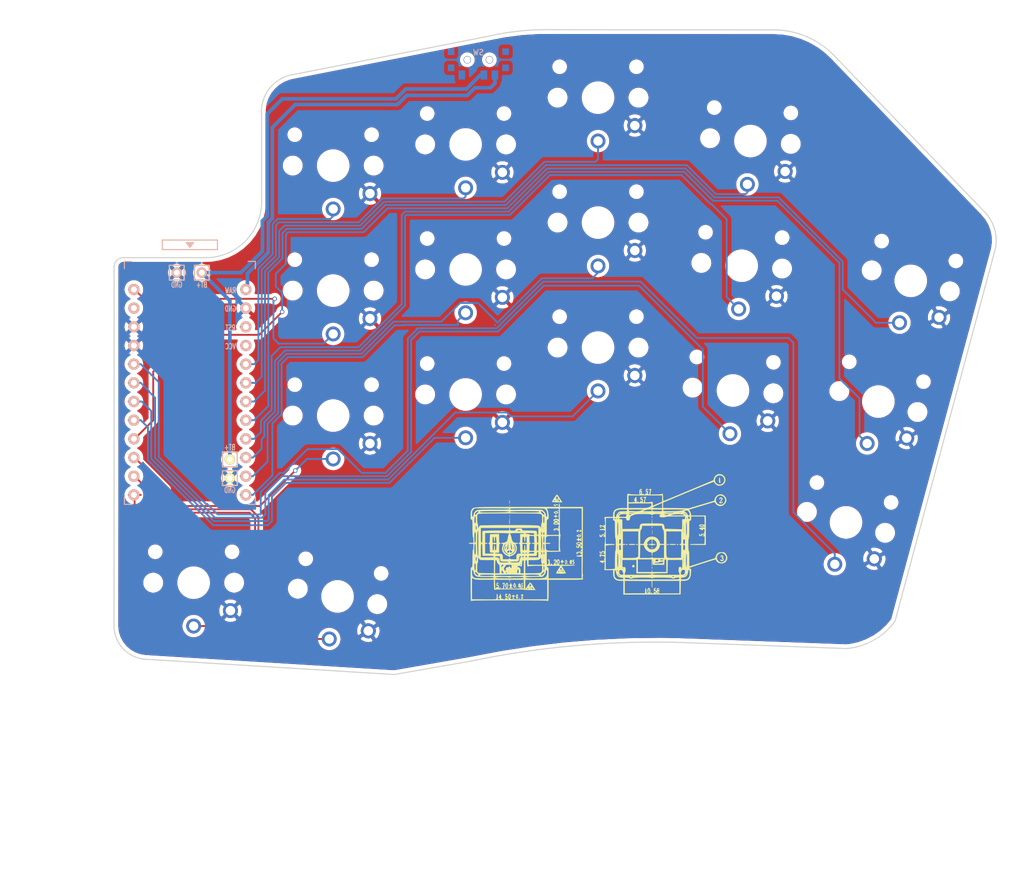
<source format=kicad_pcb>
(kicad_pcb (version 20171130) (host pcbnew "(5.1.10-1-10_14)")
  (title_block (title hypergolic) (date 2020-12-26) (rev 0.1) (company broomlabs))
  (layers (0 F.Cu signal) (31 B.Cu signal) (34 B.Paste user) (35 F.Paste user) (36 B.SilkS user) (37 F.SilkS user) (38 B.Mask user) (39 F.Mask user) (44 Edge.Cuts user))
  (net 0 "")
  (net 1 reset)
  (net 2 BT+)
  (net 3 gnd)
  (net 4 vcc)
  (net 5 Switch18)
  (net 6 Switch1)
  (net 7 Switch2)
  (net 8 Switch3)
  (net 9 Switch4)
  (net 10 Switch5)
  (net 11 Switch6)
  (net 12 Switch7)
  (net 13 Switch8)
  (net 14 Switch9)
  (net 15 Switch10)
  (net 16 Switch11)
  (net 17 Switch12)
  (net 18 Switch13)
  (net 19 Switch14)
  (net 20 Switch15)
  (net 21 Switch16)
  (net 22 Switch17)
  (net 23 "Net-(SW_POWER1-Pad1)")
  (net 24 raw)
  (module silkscreens:pg1232_top (layer F.Cu) (at 83.265734 92.685171)
    (fp_text reference REF** hide)
    (fp_text value silk_pg2132_top hide)
  )
  (module silkscreens:pg1232_bottom (layer F.Cu) (at 102.638 92.685171)
    (fp_text reference REF** hide)
    (fp_text value silk_pg1232_bottom hide)
  )
  (module "" (layer F.Cu) (at 45.18 81.01)
    (fp_text reference "" (at 41.37 55.63) (layer F.SilkS) (effects (font (size 1.27 1.27))))
    (fp_text value "" (at 41.37 55.63) (layer F.SilkS) (effects (font (size 1.27 1.27))))
    (fp_text user BT+ (at 0.032 -1.62 180) (layer B.SilkS) (effects (font (size 0.75 0.5) (thickness 0.125)) (justify mirror)))
  )
  (module "" (layer F.Cu) (at 41.37 55.63)
    (fp_text reference "" (at 59.26 75.064) (layer F.SilkS) (effects (font (size 1.27 1.27))))
    (fp_text value "" (at 59.26 75.064) (layer F.SilkS) (effects (font (size 1.27 1.27))))
    (fp_text user BT+ (at 0.032 1.647 180) (layer B.SilkS) (effects (font (size 0.75 0.5) (thickness 0.125)) (justify mirror)))
  )
  (module Kailh:SW_PG1350_rev_DPB (layer B.Cu) (at 59.26 75.064 180)
    (fp_text reference SW18 hide)
    (fp_text value SW_Push hide)
    (pad "" np_thru_hole circle (at -5.5 0 180) (size 1.7018 1.7018) (drill 1.7018) (layers *.Cu *.Mask))
    (pad "" np_thru_hole circle (at 5.5 0 180) (size 1.7018 1.7018) (drill 1.7018) (layers *.Cu *.Mask))
    (pad "" np_thru_hole circle (at 5.22 4.2 180) (size 0.9906 0.9906) (drill 0.9906) (layers *.Cu *.Mask))
    (pad 1 thru_hole circle (at 0 -5.9 180) (size 2.032 2.032) (drill 1.27) (layers *.Cu *.Mask) (net 20 Switch15))
    (pad 2 thru_hole circle (at -5 -3.8 180) (size 2.032 2.032) (drill 1.27) (layers *.Cu *.Mask) (net 3 gnd))
    (pad "" np_thru_hole circle (at 0 0 180) (size 3.429 3.429) (drill 3.429) (layers *.Cu *.Mask))
    (pad 2 thru_hole circle (at -5 -3.8 180) (size 2.032 2.032) (drill 1.27) (layers *.Cu *.Mask) (net 3 gnd))
    (pad "" np_thru_hole circle (at -5.22 4.2 180) (size 0.9906 0.9906) (drill 0.9906) (layers *.Cu *.Mask))
  )
  (module Kailh:SW_PG1350_rev_DPB (layer B.Cu) (at 115.9747 37.7256 176)
    (fp_text reference SW3 hide)
    (fp_text value SW_Push hide)
    (pad "" np_thru_hole circle (at -5.5 0 176) (size 1.7018 1.7018) (drill 1.7018) (layers *.Cu *.Mask))
    (pad "" np_thru_hole circle (at 5.5 0 176) (size 1.7018 1.7018) (drill 1.7018) (layers *.Cu *.Mask))
    (pad "" np_thru_hole circle (at 5.22 4.2 176) (size 0.9906 0.9906) (drill 0.9906) (layers *.Cu *.Mask))
    (pad 1 thru_hole circle (at 0 -5.9 176) (size 2.032 2.032) (drill 1.27) (layers *.Cu *.Mask) (net 7 Switch2))
    (pad 2 thru_hole circle (at -5 -3.8 176) (size 2.032 2.032) (drill 1.27) (layers *.Cu *.Mask) (net 3 gnd))
    (pad "" np_thru_hole circle (at 0 0 176) (size 3.429 3.429) (drill 3.429) (layers *.Cu *.Mask))
    (pad 2 thru_hole circle (at -5 -3.8 176) (size 2.032 2.032) (drill 1.27) (layers *.Cu *.Mask) (net 3 gnd))
    (pad "" np_thru_hole circle (at -5.22 4.2 176) (size 0.9906 0.9906) (drill 0.9906) (layers *.Cu *.Mask))
  )
  (module Kailh:SW_PG1350_rev_DPB (layer B.Cu) (at 59.26 58.064 180)
    (fp_text reference SW12 hide)
    (fp_text value SW_Push hide)
    (pad "" np_thru_hole circle (at -5.5 0 180) (size 1.7018 1.7018) (drill 1.7018) (layers *.Cu *.Mask))
    (pad "" np_thru_hole circle (at 5.5 0 180) (size 1.7018 1.7018) (drill 1.7018) (layers *.Cu *.Mask))
    (pad "" np_thru_hole circle (at 5.22 4.2 180) (size 0.9906 0.9906) (drill 0.9906) (layers *.Cu *.Mask))
    (pad 1 thru_hole circle (at 0 -5.9 180) (size 2.032 2.032) (drill 1.27) (layers *.Cu *.Mask) (net 15 Switch10))
    (pad 2 thru_hole circle (at -5 -3.8 180) (size 2.032 2.032) (drill 1.27) (layers *.Cu *.Mask) (net 3 gnd))
    (pad "" np_thru_hole circle (at 0 0 180) (size 3.429 3.429) (drill 3.429) (layers *.Cu *.Mask))
    (pad 2 thru_hole circle (at -5 -3.8 180) (size 2.032 2.032) (drill 1.27) (layers *.Cu *.Mask) (net 3 gnd))
    (pad "" np_thru_hole circle (at -5.22 4.2 180) (size 0.9906 0.9906) (drill 0.9906) (layers *.Cu *.Mask))
  )
  (module Kailh:SW_PG1350_rev_DPB (layer B.Cu) (at 40.294 97.79 180)
    (fp_text reference SW21 hide)
    (fp_text value SW_Push hide)
    (pad "" np_thru_hole circle (at -5.5 0 180) (size 1.7018 1.7018) (drill 1.7018) (layers *.Cu *.Mask))
    (pad "" np_thru_hole circle (at 5.5 0 180) (size 1.7018 1.7018) (drill 1.7018) (layers *.Cu *.Mask))
    (pad "" np_thru_hole circle (at 5.22 4.2 180) (size 0.9906 0.9906) (drill 0.9906) (layers *.Cu *.Mask))
    (pad 1 thru_hole circle (at 0 -5.9 180) (size 2.032 2.032) (drill 1.27) (layers *.Cu *.Mask) (net 22 Switch17))
    (pad 2 thru_hole circle (at -5 -3.8 180) (size 2.032 2.032) (drill 1.27) (layers *.Cu *.Mask) (net 3 gnd))
    (pad "" np_thru_hole circle (at 0 0 180) (size 3.429 3.429) (drill 3.429) (layers *.Cu *.Mask))
    (pad 2 thru_hole circle (at -5 -3.8 180) (size 2.032 2.032) (drill 1.27) (layers *.Cu *.Mask) (net 3 gnd))
    (pad "" np_thru_hole circle (at -5.22 4.2 180) (size 0.9906 0.9906) (drill 0.9906) (layers *.Cu *.Mask))
  )
  (module Kailh:SW_PG1350_rev_DPB (layer B.Cu) (at 59.852 99.658 169)
    (fp_text reference SW20 hide)
    (fp_text value SW_Push hide)
    (pad "" np_thru_hole circle (at -5.5 0 169) (size 1.7018 1.7018) (drill 1.7018) (layers *.Cu *.Mask))
    (pad "" np_thru_hole circle (at 5.5 0 169) (size 1.7018 1.7018) (drill 1.7018) (layers *.Cu *.Mask))
    (pad "" np_thru_hole circle (at 5.22 4.2 169) (size 0.9906 0.9906) (drill 0.9906) (layers *.Cu *.Mask))
    (pad 1 thru_hole circle (at 0 -5.9 169) (size 2.032 2.032) (drill 1.27) (layers *.Cu *.Mask) (net 21 Switch16))
    (pad 2 thru_hole circle (at -5 -3.8 169) (size 2.032 2.032) (drill 1.27) (layers *.Cu *.Mask) (net 3 gnd))
    (pad "" np_thru_hole circle (at 0 0 169) (size 3.429 3.429) (drill 3.429) (layers *.Cu *.Mask))
    (pad 2 thru_hole circle (at -5 -3.8 169) (size 2.032 2.032) (drill 1.27) (layers *.Cu *.Mask) (net 3 gnd))
    (pad "" np_thru_hole circle (at -5.22 4.2 169) (size 0.9906 0.9906) (drill 0.9906) (layers *.Cu *.Mask))
  )
  (module Kailh:SW_PG1350_rev_DPB (layer B.Cu) (at 77.26 72.189 180)
    (fp_text reference SW17 hide)
    (fp_text value SW_Push hide)
    (pad "" np_thru_hole circle (at -5.5 0 180) (size 1.7018 1.7018) (drill 1.7018) (layers *.Cu *.Mask))
    (pad "" np_thru_hole circle (at 5.5 0 180) (size 1.7018 1.7018) (drill 1.7018) (layers *.Cu *.Mask))
    (pad "" np_thru_hole circle (at 5.22 4.2 180) (size 0.9906 0.9906) (drill 0.9906) (layers *.Cu *.Mask))
    (pad 1 thru_hole circle (at 0 -5.9 180) (size 2.032 2.032) (drill 1.27) (layers *.Cu *.Mask) (net 19 Switch14))
    (pad 2 thru_hole circle (at -5 -3.8 180) (size 2.032 2.032) (drill 1.27) (layers *.Cu *.Mask) (net 3 gnd))
    (pad "" np_thru_hole circle (at 0 0 180) (size 3.429 3.429) (drill 3.429) (layers *.Cu *.Mask))
    (pad 2 thru_hole circle (at -5 -3.8 180) (size 2.032 2.032) (drill 1.27) (layers *.Cu *.Mask) (net 3 gnd))
    (pad "" np_thru_hole circle (at -5.22 4.2 180) (size 0.9906 0.9906) (drill 0.9906) (layers *.Cu *.Mask))
  )
  (module Kailh:SW_PG1350_rev_DPB (layer B.Cu) (at 95.26 65.814 180)
    (fp_text reference SW16 hide)
    (fp_text value SW_Push hide)
    (pad "" np_thru_hole circle (at -5.5 0 180) (size 1.7018 1.7018) (drill 1.7018) (layers *.Cu *.Mask))
    (pad "" np_thru_hole circle (at 5.5 0 180) (size 1.7018 1.7018) (drill 1.7018) (layers *.Cu *.Mask))
    (pad "" np_thru_hole circle (at 5.22 4.2 180) (size 0.9906 0.9906) (drill 0.9906) (layers *.Cu *.Mask))
    (pad 1 thru_hole circle (at 0 -5.9 180) (size 2.032 2.032) (drill 1.27) (layers *.Cu *.Mask) (net 18 Switch13))
    (pad 2 thru_hole circle (at -5 -3.8 180) (size 2.032 2.032) (drill 1.27) (layers *.Cu *.Mask) (net 3 gnd))
    (pad "" np_thru_hole circle (at 0 0 180) (size 3.429 3.429) (drill 3.429) (layers *.Cu *.Mask))
    (pad 2 thru_hole circle (at -5 -3.8 180) (size 2.032 2.032) (drill 1.27) (layers *.Cu *.Mask) (net 3 gnd))
    (pad "" np_thru_hole circle (at -5.22 4.2 180) (size 0.9906 0.9906) (drill 0.9906) (layers *.Cu *.Mask))
  )
  (module Kailh:SW_PG1350_rev_DPB (layer B.Cu) (at 113.6027 71.6477 176)
    (fp_text reference SW15 hide)
    (fp_text value SW_Push hide)
    (pad "" np_thru_hole circle (at -5.5 0 176) (size 1.7018 1.7018) (drill 1.7018) (layers *.Cu *.Mask))
    (pad "" np_thru_hole circle (at 5.5 0 176) (size 1.7018 1.7018) (drill 1.7018) (layers *.Cu *.Mask))
    (pad "" np_thru_hole circle (at 5.22 4.2 176) (size 0.9906 0.9906) (drill 0.9906) (layers *.Cu *.Mask))
    (pad 1 thru_hole circle (at 0 -5.9 176) (size 2.032 2.032) (drill 1.27) (layers *.Cu *.Mask) (net 17 Switch12))
    (pad 2 thru_hole circle (at -5 -3.8 176) (size 2.032 2.032) (drill 1.27) (layers *.Cu *.Mask) (net 3 gnd))
    (pad "" np_thru_hole circle (at 0 0 176) (size 3.429 3.429) (drill 3.429) (layers *.Cu *.Mask))
    (pad 2 thru_hole circle (at -5 -3.8 176) (size 2.032 2.032) (drill 1.27) (layers *.Cu *.Mask) (net 3 gnd))
    (pad "" np_thru_hole circle (at -5.22 4.2 176) (size 0.9906 0.9906) (drill 0.9906) (layers *.Cu *.Mask))
  )
  (module Kailh:SW_PG1350_rev_DPB (layer B.Cu) (at 77.26 55.184 180)
    (fp_text reference SW11 hide)
    (fp_text value SW_Push hide)
    (pad "" np_thru_hole circle (at -5.5 0 180) (size 1.7018 1.7018) (drill 1.7018) (layers *.Cu *.Mask))
    (pad "" np_thru_hole circle (at 5.5 0 180) (size 1.7018 1.7018) (drill 1.7018) (layers *.Cu *.Mask))
    (pad "" np_thru_hole circle (at 5.22 4.2 180) (size 0.9906 0.9906) (drill 0.9906) (layers *.Cu *.Mask))
    (pad 1 thru_hole circle (at 0 -5.9 180) (size 2.032 2.032) (drill 1.27) (layers *.Cu *.Mask) (net 14 Switch9))
    (pad 2 thru_hole circle (at -5 -3.8 180) (size 2.032 2.032) (drill 1.27) (layers *.Cu *.Mask) (net 3 gnd))
    (pad "" np_thru_hole circle (at 0 0 180) (size 3.429 3.429) (drill 3.429) (layers *.Cu *.Mask))
    (pad 2 thru_hole circle (at -5 -3.8 180) (size 2.032 2.032) (drill 1.27) (layers *.Cu *.Mask) (net 3 gnd))
    (pad "" np_thru_hole circle (at -5.22 4.2 180) (size 0.9906 0.9906) (drill 0.9906) (layers *.Cu *.Mask))
  )
  (module Kailh:SW_PG1350_rev_DPB (layer B.Cu) (at 95.26 48.814 180)
    (fp_text reference SW10 hide)
    (fp_text value SW_Push hide)
    (pad "" np_thru_hole circle (at -5.5 0 180) (size 1.7018 1.7018) (drill 1.7018) (layers *.Cu *.Mask))
    (pad "" np_thru_hole circle (at 5.5 0 180) (size 1.7018 1.7018) (drill 1.7018) (layers *.Cu *.Mask))
    (pad "" np_thru_hole circle (at 5.22 4.2 180) (size 0.9906 0.9906) (drill 0.9906) (layers *.Cu *.Mask))
    (pad 1 thru_hole circle (at 0 -5.9 180) (size 2.032 2.032) (drill 1.27) (layers *.Cu *.Mask) (net 13 Switch8))
    (pad 2 thru_hole circle (at -5 -3.8 180) (size 2.032 2.032) (drill 1.27) (layers *.Cu *.Mask) (net 3 gnd))
    (pad "" np_thru_hole circle (at 0 0 180) (size 3.429 3.429) (drill 3.429) (layers *.Cu *.Mask))
    (pad 2 thru_hole circle (at -5 -3.8 180) (size 2.032 2.032) (drill 1.27) (layers *.Cu *.Mask) (net 3 gnd))
    (pad "" np_thru_hole circle (at -5.22 4.2 180) (size 0.9906 0.9906) (drill 0.9906) (layers *.Cu *.Mask))
  )
  (module Kailh:SW_PG1350_rev_DPB (layer B.Cu) (at 114.7889 54.6842 176)
    (fp_text reference SW9 hide)
    (fp_text value SW_Push hide)
    (pad "" np_thru_hole circle (at -5.5 0 176) (size 1.7018 1.7018) (drill 1.7018) (layers *.Cu *.Mask))
    (pad "" np_thru_hole circle (at 5.5 0 176) (size 1.7018 1.7018) (drill 1.7018) (layers *.Cu *.Mask))
    (pad "" np_thru_hole circle (at 5.22 4.2 176) (size 0.9906 0.9906) (drill 0.9906) (layers *.Cu *.Mask))
    (pad 1 thru_hole circle (at 0 -5.9 176) (size 2.032 2.032) (drill 1.27) (layers *.Cu *.Mask) (net 12 Switch7))
    (pad 2 thru_hole circle (at -5 -3.8 176) (size 2.032 2.032) (drill 1.27) (layers *.Cu *.Mask) (net 3 gnd))
    (pad "" np_thru_hole circle (at 0 0 176) (size 3.429 3.429) (drill 3.429) (layers *.Cu *.Mask))
    (pad 2 thru_hole circle (at -5 -3.8 176) (size 2.032 2.032) (drill 1.27) (layers *.Cu *.Mask) (net 3 gnd))
    (pad "" np_thru_hole circle (at -5.22 4.2 176) (size 0.9906 0.9906) (drill 0.9906) (layers *.Cu *.Mask))
  )
  (module Kailh:SW_PG1350_rev_DPB (layer B.Cu) (at 59.26 41.064 180)
    (fp_text reference SW6 hide)
    (fp_text value SW_Push hide)
    (pad "" np_thru_hole circle (at -5.5 0 180) (size 1.7018 1.7018) (drill 1.7018) (layers *.Cu *.Mask))
    (pad "" np_thru_hole circle (at 5.5 0 180) (size 1.7018 1.7018) (drill 1.7018) (layers *.Cu *.Mask))
    (pad "" np_thru_hole circle (at 5.22 4.2 180) (size 0.9906 0.9906) (drill 0.9906) (layers *.Cu *.Mask))
    (pad 1 thru_hole circle (at 0 -5.9 180) (size 2.032 2.032) (drill 1.27) (layers *.Cu *.Mask) (net 10 Switch5))
    (pad 2 thru_hole circle (at -5 -3.8 180) (size 2.032 2.032) (drill 1.27) (layers *.Cu *.Mask) (net 3 gnd))
    (pad "" np_thru_hole circle (at 0 0 180) (size 3.429 3.429) (drill 3.429) (layers *.Cu *.Mask))
    (pad 2 thru_hole circle (at -5 -3.8 180) (size 2.032 2.032) (drill 1.27) (layers *.Cu *.Mask) (net 3 gnd))
    (pad "" np_thru_hole circle (at -5.22 4.2 180) (size 0.9906 0.9906) (drill 0.9906) (layers *.Cu *.Mask))
  )
  (module Kailh:SW_PG1350_rev_DPB (layer B.Cu) (at 77.26 38.184 180)
    (fp_text reference SW5 hide)
    (fp_text value SW_Push hide)
    (pad "" np_thru_hole circle (at -5.5 0 180) (size 1.7018 1.7018) (drill 1.7018) (layers *.Cu *.Mask))
    (pad "" np_thru_hole circle (at 5.5 0 180) (size 1.7018 1.7018) (drill 1.7018) (layers *.Cu *.Mask))
    (pad "" np_thru_hole circle (at 5.22 4.2 180) (size 0.9906 0.9906) (drill 0.9906) (layers *.Cu *.Mask))
    (pad 1 thru_hole circle (at 0 -5.9 180) (size 2.032 2.032) (drill 1.27) (layers *.Cu *.Mask) (net 9 Switch4))
    (pad 2 thru_hole circle (at -5 -3.8 180) (size 2.032 2.032) (drill 1.27) (layers *.Cu *.Mask) (net 3 gnd))
    (pad "" np_thru_hole circle (at 0 0 180) (size 3.429 3.429) (drill 3.429) (layers *.Cu *.Mask))
    (pad 2 thru_hole circle (at -5 -3.8 180) (size 2.032 2.032) (drill 1.27) (layers *.Cu *.Mask) (net 3 gnd))
    (pad "" np_thru_hole circle (at -5.22 4.2 180) (size 0.9906 0.9906) (drill 0.9906) (layers *.Cu *.Mask))
  )
  (module Kailh:SW_PG1350_rev_DPB (layer B.Cu) (at 95.26 31.824 180)
    (fp_text reference SW4 hide)
    (fp_text value SW_Push hide)
    (pad "" np_thru_hole circle (at -5.5 0 180) (size 1.7018 1.7018) (drill 1.7018) (layers *.Cu *.Mask))
    (pad "" np_thru_hole circle (at 5.5 0 180) (size 1.7018 1.7018) (drill 1.7018) (layers *.Cu *.Mask))
    (pad "" np_thru_hole circle (at 5.22 4.2 180) (size 0.9906 0.9906) (drill 0.9906) (layers *.Cu *.Mask))
    (pad 1 thru_hole circle (at 0 -5.9 180) (size 2.032 2.032) (drill 1.27) (layers *.Cu *.Mask) (net 8 Switch3))
    (pad 2 thru_hole circle (at -5 -3.8 180) (size 2.032 2.032) (drill 1.27) (layers *.Cu *.Mask) (net 3 gnd))
    (pad "" np_thru_hole circle (at 0 0 180) (size 3.429 3.429) (drill 3.429) (layers *.Cu *.Mask))
    (pad 2 thru_hole circle (at -5 -3.8 180) (size 2.032 2.032) (drill 1.27) (layers *.Cu *.Mask) (net 3 gnd))
    (pad "" np_thru_hole circle (at -5.22 4.2 180) (size 0.9906 0.9906) (drill 0.9906) (layers *.Cu *.Mask))
  )
  (module kbd:1pin_conn (layer F.Cu) (at 45.212 81.026)
    (fp_text reference " " (at 0 1.651) (layer F.SilkS) (effects (font (size 0.8128 0.8128))))
    (fp_text value Val** hide)
    (pad 1 thru_hole circle (at 0 0) (size 1.397 1.397) (drill 0.8128) (layers *.Cu *.Mask F.SilkS) (net 2 BT+))
  )
  (module kbd:1pin_conn (layer F.Cu) (at 45.212 83.566)
    (fp_text reference GND (at 0 1.651) (layer B.SilkS) (effects (font (size 0.75 0.5) (thickness 0.125)) (justify mirror)))
    (fp_text value MountingHole_Pad hide)
    (pad 1 thru_hole circle (at 0 0) (size 1.397 1.397) (drill 0.8128) (layers *.Cu *.Mask F.SilkS) (net 3 gnd))
  )
  (module kbd:ProMicro_DPB (layer B.Cu) (at 39.778 72.39 180)
    (fp_text reference U1 hide)
    (fp_text value ProMicro-kbd hide)
    (fp_text user VCC (at -5.522 6.73 unlocked) (layer B.SilkS) (effects (font (size 0.75 0.5) (thickness 0.125)) (justify mirror)))
    (fp_text user RST (at -5.522 9.25 unlocked) (layer B.SilkS) (effects (font (size 0.75 0.5) (thickness 0.125)) (justify mirror)))
    (fp_text user GND (at -5.522 11.86 unlocked) (layer B.SilkS) (effects (font (size 0.75 0.5) (thickness 0.125)) (justify mirror)))
    (fp_text user RAW (at -5.522 14.34 unlocked) (layer B.SilkS) (effects (font (size 0.75 0.5) (thickness 0.125)) (justify mirror)))
    (fp_text user "" (at -0.545 17.4) (layer B.SilkS) (effects (justify mirror)))
    (fp_text user "" (at -1.2515 16.256) (layer F.SilkS))
    (pad 1 thru_hole circle (at 7.6114 14.478 180) (size 1.524 1.524) (drill 0.8128) (layers *.Cu *.Mask B.SilkS) (net 15 Switch10))
    (pad 2 thru_hole circle (at 7.6114 11.938 180) (size 1.524 1.524) (drill 0.8128) (layers *.Cu *.Mask B.SilkS) (net 5 Switch18))
    (pad 3 thru_hole circle (at 7.6114 9.398 180) (size 1.524 1.524) (drill 0.8128) (layers *.Cu *.Mask B.SilkS) (net 3 gnd))
    (pad 4 thru_hole circle (at 7.6114 6.858 180) (size 1.524 1.524) (drill 0.8128) (layers *.Cu *.Mask B.SilkS) (net 3 gnd))
    (pad 5 thru_hole circle (at 7.6114 4.318 180) (size 1.524 1.524) (drill 0.8128) (layers *.Cu *.Mask B.SilkS) (net 16 Switch11))
    (pad 6 thru_hole circle (at 7.6114 1.778 180) (size 1.524 1.524) (drill 0.8128) (layers *.Cu *.Mask B.SilkS) (net 17 Switch12))
    (pad 7 thru_hole circle (at 7.6114 -0.762 180) (size 1.524 1.524) (drill 0.8128) (layers *.Cu *.Mask B.SilkS) (net 18 Switch13))
    (pad 8 thru_hole circle (at 7.6114 -3.302 180) (size 1.524 1.524) (drill 0.8128) (layers *.Cu *.Mask B.SilkS) (net 19 Switch14))
    (pad 9 thru_hole circle (at 7.6114 -5.842 180) (size 1.524 1.524) (drill 0.8128) (layers *.Cu *.Mask B.SilkS) (net 6 Switch1))
    (pad 10 thru_hole circle (at 7.6114 -8.382 180) (size 1.524 1.524) (drill 0.8128) (layers *.Cu *.Mask B.SilkS) (net 20 Switch15))
    (pad 11 thru_hole circle (at 7.6114 -10.922 180) (size 1.524 1.524) (drill 0.8128) (layers *.Cu *.Mask B.SilkS) (net 21 Switch16))
    (pad 12 thru_hole circle (at 7.6114 -13.462 180) (size 1.524 1.524) (drill 0.8128) (layers *.Cu *.Mask B.SilkS) (net 22 Switch17))
    (pad 13 thru_hole circle (at -7.6086 -13.462 180) (size 1.524 1.524) (drill 0.8128) (layers *.Cu *.Mask B.SilkS) (net 14 Switch9))
    (pad 14 thru_hole circle (at -7.6086 -10.922 180) (size 1.524 1.524) (drill 0.8128) (layers *.Cu *.Mask B.SilkS) (net 13 Switch8))
    (pad 15 thru_hole circle (at -7.6086 -8.382 180) (size 1.524 1.524) (drill 0.8128) (layers *.Cu *.Mask B.SilkS) (net 12 Switch7))
    (pad 16 thru_hole circle (at -7.6086 -5.842 180) (size 1.524 1.524) (drill 0.8128) (layers *.Cu *.Mask B.SilkS) (net 11 Switch6))
    (pad 17 thru_hole circle (at -7.6086 -3.302 180) (size 1.524 1.524) (drill 0.8128) (layers *.Cu *.Mask B.SilkS) (net 7 Switch2))
    (pad 18 thru_hole circle (at -7.6086 -0.762 180) (size 1.524 1.524) (drill 0.8128) (layers *.Cu *.Mask B.SilkS) (net 8 Switch3))
    (pad 19 thru_hole circle (at -7.6086 1.778 180) (size 1.524 1.524) (drill 0.8128) (layers *.Cu *.Mask B.SilkS) (net 9 Switch4))
    (pad 20 thru_hole circle (at -7.6086 4.318 180) (size 1.524 1.524) (drill 0.8128) (layers *.Cu *.Mask B.SilkS) (net 10 Switch5))
    (pad 21 thru_hole circle (at -7.6086 6.858 180) (size 1.524 1.524) (drill 0.8128) (layers *.Cu *.Mask B.SilkS) (net 4 vcc))
    (pad 22 thru_hole circle (at -7.6086 9.398 180) (size 1.524 1.524) (drill 0.8128) (layers *.Cu *.Mask B.SilkS) (net 1 reset))
    (pad 23 thru_hole circle (at -7.6086 11.938 180) (size 1.524 1.524) (drill 0.8128) (layers *.Cu *.Mask B.SilkS) (net 3 gnd))
    (pad 24 thru_hole circle (at -7.6086 14.478 180) (size 1.524 1.524) (drill 0.8128) (layers *.Cu *.Mask B.SilkS) (net 24 raw))
  )
  (module kbd:1pin_conn (layer B.Cu) (at 41.402 55.626 180)
    (fp_text reference " " (at 0 -1.651) (layer B.SilkS) (effects (font (size 0.8128 0.8128)) (justify mirror)))
    (fp_text value Val** hide)
    (pad 1 thru_hole circle (at 0 0 180) (size 1.397 1.397) (drill 0.8128) (layers *.Cu *.Mask B.SilkS) (net 2 BT+))
  )
  (module Kailh:SW_PG1350_rev_DPB (layer B.Cu) (at 128.9675 89.5857 165)
    (fp_text reference SW14 hide)
    (fp_text value SW_Push hide)
    (pad "" np_thru_hole circle (at -5.5 0 165) (size 1.7018 1.7018) (drill 1.7018) (layers *.Cu *.Mask))
    (pad "" np_thru_hole circle (at 5.5 0 165) (size 1.7018 1.7018) (drill 1.7018) (layers *.Cu *.Mask))
    (pad "" np_thru_hole circle (at 5.22 4.2 165) (size 0.9906 0.9906) (drill 0.9906) (layers *.Cu *.Mask))
    (pad 1 thru_hole circle (at 0 -5.9 165) (size 2.032 2.032) (drill 1.27) (layers *.Cu *.Mask) (net 16 Switch11))
    (pad 2 thru_hole circle (at -5 -3.8 165) (size 2.032 2.032) (drill 1.27) (layers *.Cu *.Mask) (net 3 gnd))
    (pad "" np_thru_hole circle (at 0 0 165) (size 3.429 3.429) (drill 3.429) (layers *.Cu *.Mask))
    (pad 2 thru_hole circle (at -5 -3.8 165) (size 2.032 2.032) (drill 1.27) (layers *.Cu *.Mask) (net 3 gnd))
    (pad "" np_thru_hole circle (at -5.22 4.2 165) (size 0.9906 0.9906) (drill 0.9906) (layers *.Cu *.Mask))
  )
  (module Kailh:SW_PG1350_rev_DPB (layer B.Cu) (at 133.3687 73.1601 165)
    (fp_text reference SW8 hide)
    (fp_text value SW_Push hide)
    (pad "" np_thru_hole circle (at -5.5 0 165) (size 1.7018 1.7018) (drill 1.7018) (layers *.Cu *.Mask))
    (pad "" np_thru_hole circle (at 5.5 0 165) (size 1.7018 1.7018) (drill 1.7018) (layers *.Cu *.Mask))
    (pad "" np_thru_hole circle (at 5.22 4.2 165) (size 0.9906 0.9906) (drill 0.9906) (layers *.Cu *.Mask))
    (pad 1 thru_hole circle (at 0 -5.9 165) (size 2.032 2.032) (drill 1.27) (layers *.Cu *.Mask) (net 11 Switch6))
    (pad 2 thru_hole circle (at -5 -3.8 165) (size 2.032 2.032) (drill 1.27) (layers *.Cu *.Mask) (net 3 gnd))
    (pad "" np_thru_hole circle (at 0 0 165) (size 3.429 3.429) (drill 3.429) (layers *.Cu *.Mask))
    (pad 2 thru_hole circle (at -5 -3.8 165) (size 2.032 2.032) (drill 1.27) (layers *.Cu *.Mask) (net 3 gnd))
    (pad "" np_thru_hole circle (at -5.22 4.2 165) (size 0.9906 0.9906) (drill 0.9906) (layers *.Cu *.Mask))
  )
  (module Kailh:SW_PG1350_rev_DPB (layer B.Cu) (at 137.7686 56.7394 165)
    (fp_text reference SW2 hide)
    (fp_text value SW_Push hide)
    (pad "" np_thru_hole circle (at -5.5 0 165) (size 1.7018 1.7018) (drill 1.7018) (layers *.Cu *.Mask))
    (pad "" np_thru_hole circle (at 5.5 0 165) (size 1.7018 1.7018) (drill 1.7018) (layers *.Cu *.Mask))
    (pad "" np_thru_hole circle (at 5.22 4.2 165) (size 0.9906 0.9906) (drill 0.9906) (layers *.Cu *.Mask))
    (pad 1 thru_hole circle (at 0 -5.9 165) (size 2.032 2.032) (drill 1.27) (layers *.Cu *.Mask) (net 6 Switch1))
    (pad 2 thru_hole circle (at -5 -3.8 165) (size 2.032 2.032) (drill 1.27) (layers *.Cu *.Mask) (net 3 gnd))
    (pad "" np_thru_hole circle (at 0 0 165) (size 3.429 3.429) (drill 3.429) (layers *.Cu *.Mask))
    (pad 2 thru_hole circle (at -5 -3.8 165) (size 2.032 2.032) (drill 1.27) (layers *.Cu *.Mask) (net 3 gnd))
    (pad "" np_thru_hole circle (at -5.22 4.2 165) (size 0.9906 0.9906) (drill 0.9906) (layers *.Cu *.Mask))
  )
  (module Kailh:SPDT_C128955 (layer B.Cu) (at 78.994 26.67 180)
    (fp_text reference SW (at 0 1) (layer B.SilkS) (effects (font (size 0.75 0.7) (thickness 0.125)) (justify mirror)))
    (fp_text value SW_SPDT)
    (pad 0 smd rect (at -3.7 1.1 180) (size 0.9 0.9) (layers B.Cu B.Paste B.Mask))
    (pad 0 smd rect (at -3.7 -1.1 180) (size 0.9 0.9) (layers B.Cu B.Paste B.Mask))
    (pad 0 smd rect (at 3.7 -1.1 180) (size 0.9 0.9) (layers B.Cu B.Paste B.Mask))
    (pad 0 smd rect (at 3.7 1.1 180) (size 0.9 0.9) (layers B.Cu B.Paste B.Mask))
    (pad 1 smd rect (at 2.25 -2.075 180) (size 0.9 1.25) (layers B.Cu B.Paste B.Mask) (net 23 "Net-(SW_POWER1-Pad1)"))
    (pad 3 smd rect (at -2.25 -2.075 180) (size 0.9 1.25) (layers B.Cu B.Paste B.Mask) (net 24 raw))
    (pad 2 smd rect (at -0.75 -2.075 180) (size 0.9 1.25) (layers B.Cu B.Paste B.Mask) (net 2 BT+))
    (pad "" np_thru_hole circle (at -1.5 0 180) (size 1 1) (drill 0.9) (layers *.Cu *.Mask))
    (pad "" np_thru_hole circle (at 1.5 0 180) (size 1 1) (drill 0.9) (layers *.Cu *.Mask))
  )
  (module kbd:1pin_conn (layer B.Cu) (at 37.998 55.626 180)
    (fp_text reference GND (at 0 -1.651) (layer B.SilkS) (effects (font (size 0.75 0.5) (thickness 0.125)) (justify mirror)))
    (fp_text value MountingHole_Pad hide)
    (pad 1 thru_hole circle (at 0 0 180) (size 1.397 1.397) (drill 0.8128) (layers *.Cu *.Mask B.SilkS) (net 3 gnd))
  )
  (gr_line (start 67.307187 110.265456) (end 33.71168 108.204) (layer Edge.Cuts) (width 0.15))
  (gr_line (start 77.978 108.458) (end 67.818 110.236) (layer Edge.Cuts) (width 0.15))
  (gr_arc (start 34.048381 103.632) (end 33.71168 108.204) (angle 85.78810506) (layer Edge.Cuts) (width 0.15))
  (gr_arc (start 67.466954 108.592186) (end 67.818 110.236) (angle 17.50894085) (layer Edge.Cuts) (width 0.15))
  (gr_arc (start 88.368079 58.96879) (end 80.226393 23.495399) (angle 14.16454563) (layer Edge.Cuts) (width 0.15))
  (gr_arc (start 103.100718 229.109279) (end 105.808454 105.899903) (angle -13.02135768) (layer Edge.Cuts) (width 0.15))
  (gr_line (start 29.464 103.632) (end 29.48 87.376) (angle 90) (layer Edge.Cuts) (width 0.15))
  (gr_line (start 89.154528 22.581567) (end 119.126 22.606) (angle 90) (layer Edge.Cuts) (width 0.15))
  (gr_line (start 129.042052 106.749617) (end 105.808454 105.899903) (layer Edge.Cuts) (width 0.15))
  (gr_arc (start 41.91 45.97261) (end 49.53 46.118151) (angle 90.81459567) (layer Edge.Cuts) (width 0.15))
  (gr_arc (start 54.627507 33.74391) (end 49.53 34.29) (angle 87.32605082) (layer Edge.Cuts) (width 0.15))
  (gr_arc (start 128.265602 97.688346) (end 135.631602 103.022346) (angle 49.19263052) (layer Edge.Cuts) (width 0.15))
  (gr_line (start 127.583515 26.34735) (end 147.746161 47.30532) (angle 90) (layer Edge.Cuts) (width 0.15))
  (gr_arc (start 143.805701 51.247296) (end 147.746161 47.30532) (angle 63.29582795) (layer Edge.Cuts) (width 0.15))
  (gr_line (start 49.53 46.118151) (end 49.53 34.29) (angle 90) (layer Edge.Cuts) (width 0.15))
  (gr_arc (start 30.75 54.854) (end 29.48 54.864) (angle 94.05555909) (layer Edge.Cuts) (width 0.15))
  (gr_arc (start 119.126 34.036) (end 119.126 22.606) (angle 47.72631099) (layer Edge.Cuts) (width 0.15))
  (gr_line (start 30.829844 53.586473) (end 41.656141 53.589771) (angle 90) (layer Edge.Cuts) (width 0.15))
  (gr_line (start 149.098 52.996) (end 135.631602 103.022346) (angle 90) (layer Edge.Cuts) (width 0.15))
  (gr_line (start 29.48 87.376) (end 29.48 54.864) (angle 90) (layer Edge.Cuts) (width 0.15))
  (gr_line (start 53.844201 28.67743) (end 80.226393 23.495399) (angle 90) (layer Edge.Cuts) (width 0.15))
  (segment (start 81.28 62.738) (end 81.279998 62.737998) (width 0.25) (layer B.Cu) (net 0))
  (segment (start 47.498 62.992) (end 46.6796 62.992) (width 0.25) (layer F.Cu) (net 1))
  (segment (start 79.273666 28.745) (end 79.744 28.745) (width 0.5) (layer B.Cu) (net 2))
  (segment (start 77.377333 30.641333) (end 79.273666 28.745) (width 0.5) (layer B.Cu) (net 2))
  (segment (start 69.140647 30.641333) (end 77.377333 30.641333) (width 0.5) (layer B.Cu) (net 2))
  (segment (start 52.34401 31.98399) (end 67.79799 31.98399) (width 0.5) (layer B.Cu) (net 2))
  (segment (start 50.292 34.036) (end 52.34401 31.98399) (width 0.5) (layer B.Cu) (net 2))
  (segment (start 49.621113 48.605114) (end 50.292 47.934227) (width 0.5) (layer B.Cu) (net 2))
  (segment (start 67.79799 31.98399) (end 69.140647 30.641333) (width 0.5) (layer B.Cu) (net 2))
  (segment (start 49.644426 48.628426) (end 49.621113 48.605114) (width 0.5) (layer B.Cu) (net 2))
  (segment (start 49.644426 52.692426) (end 49.644426 48.628426) (width 0.5) (layer B.Cu) (net 2))
  (segment (start 46.710852 55.626) (end 49.644426 52.692426) (width 0.5) (layer B.Cu) (net 2))
  (segment (start 50.292 47.934227) (end 50.292 34.036) (width 0.5) (layer B.Cu) (net 2))
  (segment (start 41.148 55.626) (end 46.710852 55.626) (width 0.5) (layer B.Cu) (net 2))
  (segment (start 41.402 55.626) (end 45.212 59.436) (width 0.5) (layer B.Cu) (net 2))
  (segment (start 45.212 59.436) (end 45.212 81.026) (width 0.5) (layer B.Cu) (net 2))
  (via (at 52.324 60.96) (size 0.6) (drill 0.4) (layers F.Cu B.Cu) (net 6))
  (segment (start 133.050103 62.438362) (end 136.241568 62.438362) (width 0.25) (layer B.Cu) (net 6))
  (segment (start 128.523871 54.101871) (end 128.523871 57.912129) (width 0.25) (layer B.Cu) (net 6))
  (segment (start 119.813838 45.391838) (end 128.523871 54.101871) (width 0.25) (layer B.Cu) (net 6))
  (segment (start 53.129575 50.122835) (end 63.415165 50.122835) (width 0.25) (layer B.Cu) (net 6))
  (segment (start 51.460046 55.778046) (end 52.823238 54.414854) (width 0.25) (layer B.Cu) (net 6))
  (segment (start 82.9228 46.87402) (end 88.33683 41.45999) (width 0.25) (layer B.Cu) (net 6))
  (segment (start 52.823238 54.414854) (end 52.823238 50.554762) (width 0.25) (layer B.Cu) (net 6))
  (segment (start 128.523871 57.912129) (end 133.050103 62.438362) (width 0.25) (layer B.Cu) (net 6))
  (segment (start 52.88499 50.36742) (end 53.129575 50.122835) (width 0.25) (layer B.Cu) (net 6))
  (segment (start 66.66398 46.87402) (end 82.9228 46.87402) (width 0.25) (layer B.Cu) (net 6))
  (segment (start 52.823238 50.554762) (end 52.88499 50.49301) (width 0.25) (layer B.Cu) (net 6))
  (segment (start 52.88499 50.49301) (end 52.88499 50.36742) (width 0.25) (layer B.Cu) (net 6))
  (segment (start 63.415165 50.122835) (end 66.66398 46.87402) (width 0.25) (layer B.Cu) (net 6))
  (segment (start 111.081771 45.391837) (end 119.813838 45.391838) (width 0.25) (layer B.Cu) (net 6))
  (segment (start 107.13001 41.45999) (end 107.139967 41.450033) (width 0.25) (layer B.Cu) (net 6))
  (segment (start 88.33683 41.45999) (end 107.13001 41.45999) (width 0.25) (layer B.Cu) (net 6))
  (segment (start 107.139967 41.450033) (end 111.081771 45.391837) (width 0.25) (layer B.Cu) (net 6))
  (segment (start 52.324 58.369908) (end 52.324 60.96) (width 0.25) (layer B.Cu) (net 6))
  (segment (start 51.460046 57.505954) (end 52.324 58.369908) (width 0.25) (layer B.Cu) (net 6))
  (segment (start 51.460046 57.505954) (end 51.460046 55.778046) (width 0.25) (layer B.Cu) (net 6))
  (segment (start 49.204999 64.079001) (end 39.806999 64.079001) (width 0.25) (layer F.Cu) (net 6))
  (segment (start 52.324 60.96) (end 49.204999 64.079001) (width 0.25) (layer F.Cu) (net 6))
  (segment (start 39.806999 64.079001) (end 34.798 69.088) (width 0.25) (layer F.Cu) (net 6))
  (segment (start 34.798 75.7006) (end 32.2666 78.232) (width 0.25) (layer F.Cu) (net 6))
  (segment (start 34.798 69.088) (end 34.798 75.7006) (width 0.25) (layer F.Cu) (net 6))
  (segment (start 52.943175 49.672825) (end 52.91705 49.69895) (width 0.25) (layer B.Cu) (net 7))
  (segment (start 52.373228 53.676002) (end 50.443031 55.606199) (width 0.25) (layer B.Cu) (net 7))
  (segment (start 52.373228 50.242772) (end 52.373228 53.676002) (width 0.25) (layer B.Cu) (net 7))
  (segment (start 48.514 75.692) (end 46.6796 75.692) (width 0.25) (layer B.Cu) (net 7))
  (segment (start 50.443031 73.762969) (end 48.514 75.692) (width 0.25) (layer B.Cu) (net 7))
  (segment (start 50.443031 55.606199) (end 50.443031 73.762969) (width 0.25) (layer B.Cu) (net 7))
  (segment (start 52.943175 49.672825) (end 52.373228 50.242772) (width 0.25) (layer B.Cu) (net 7))
  (segment (start 53.197175 49.672825) (end 52.943175 49.672825) (width 0.25) (layer B.Cu) (net 7))
  (segment (start 63.105995 49.672825) (end 53.197175 49.672825) (width 0.25) (layer B.Cu) (net 7))
  (segment (start 82.7364 46.42401) (end 66.35481 46.42401) (width 0.25) (layer B.Cu) (net 7))
  (segment (start 88.160386 41.000024) (end 82.7364 46.42401) (width 0.25) (layer B.Cu) (net 7))
  (segment (start 111.268172 44.941828) (end 107.326368 41.000024) (width 0.25) (layer B.Cu) (net 7))
  (segment (start 66.35481 46.42401) (end 63.105995 49.672825) (width 0.25) (layer B.Cu) (net 7))
  (segment (start 107.326368 41.000024) (end 88.160386 41.000024) (width 0.25) (layer B.Cu) (net 7))
  (segment (start 115.332172 44.941828) (end 111.268172 44.941828) (width 0.25) (layer B.Cu) (net 7))
  (segment (start 115.563137 44.710863) (end 115.332172 44.941828) (width 0.25) (layer B.Cu) (net 7))
  (segment (start 115.563137 43.611228) (end 115.563137 44.710863) (width 0.25) (layer B.Cu) (net 7))
  (segment (start 49.993021 55.419799) (end 49.993021 71.672979) (width 0.25) (layer B.Cu) (net 8))
  (segment (start 51.923218 53.489602) (end 49.993021 55.419799) (width 0.25) (layer B.Cu) (net 8))
  (segment (start 51.923218 49.930782) (end 51.923218 53.489602) (width 0.25) (layer B.Cu) (net 8))
  (segment (start 62.919595 49.222815) (end 52.631185 49.222815) (width 0.25) (layer B.Cu) (net 8))
  (segment (start 48.514 73.152) (end 46.6796 73.152) (width 0.25) (layer B.Cu) (net 8))
  (segment (start 82.55 45.974) (end 66.16841 45.974) (width 0.25) (layer B.Cu) (net 8))
  (segment (start 87.973986 40.550014) (end 82.55 45.974) (width 0.25) (layer B.Cu) (net 8))
  (segment (start 52.631185 49.222815) (end 51.923218 49.930782) (width 0.25) (layer B.Cu) (net 8))
  (segment (start 49.993021 71.672979) (end 48.514 73.152) (width 0.25) (layer B.Cu) (net 8))
  (segment (start 66.16841 45.974) (end 62.919595 49.222815) (width 0.25) (layer B.Cu) (net 8))
  (segment (start 95.26 40.196028) (end 94.906014 40.550014) (width 0.25) (layer B.Cu) (net 8))
  (segment (start 95.26 37.724) (end 95.26 40.196028) (width 0.25) (layer B.Cu) (net 8))
  (segment (start 94.906014 40.550014) (end 87.973986 40.550014) (width 0.25) (layer B.Cu) (net 8))
  (segment (start 48.71076 70.612) (end 46.6796 70.612) (width 0.25) (layer B.Cu) (net 9))
  (segment (start 49.543011 69.779749) (end 48.71076 70.612) (width 0.25) (layer B.Cu) (net 9))
  (segment (start 49.543011 55.233399) (end 49.543011 69.779749) (width 0.25) (layer B.Cu) (net 9))
  (segment (start 51.892981 48.772805) (end 51.473209 49.192577) (width 0.25) (layer B.Cu) (net 9))
  (segment (start 51.473209 49.192577) (end 51.473209 53.303201) (width 0.25) (layer B.Cu) (net 9))
  (segment (start 65.98201 45.52399) (end 62.733195 48.772805) (width 0.25) (layer B.Cu) (net 9))
  (segment (start 51.473209 53.303201) (end 49.543011 55.233399) (width 0.25) (layer B.Cu) (net 9))
  (segment (start 62.733195 48.772805) (end 51.892981 48.772805) (width 0.25) (layer B.Cu) (net 9))
  (segment (start 77.26 45.28398) (end 77.01999 45.52399) (width 0.25) (layer B.Cu) (net 9))
  (segment (start 77.26 44.084) (end 77.26 45.28398) (width 0.25) (layer B.Cu) (net 9))
  (segment (start 77.01999 45.52399) (end 65.98201 45.52399) (width 0.25) (layer B.Cu) (net 9))
  (segment (start 48.514 68.072) (end 46.6796 68.072) (width 0.25) (layer B.Cu) (net 10))
  (segment (start 49.093001 55.046999) (end 49.093001 67.492999) (width 0.25) (layer B.Cu) (net 10))
  (segment (start 51.023199 53.116801) (end 49.093001 55.046999) (width 0.25) (layer B.Cu) (net 10))
  (segment (start 51.023199 49.006177) (end 51.023199 53.116801) (width 0.25) (layer B.Cu) (net 10))
  (segment (start 49.093001 67.492999) (end 48.514 68.072) (width 0.25) (layer B.Cu) (net 10))
  (segment (start 51.706581 48.322795) (end 51.023199 49.006177) (width 0.25) (layer B.Cu) (net 10))
  (segment (start 59.26 47.928) (end 58.865205 48.322795) (width 0.25) (layer B.Cu) (net 10))
  (segment (start 59.26 46.964) (end 59.26 47.928) (width 0.25) (layer B.Cu) (net 10))
  (segment (start 58.865205 48.322795) (end 51.706581 48.322795) (width 0.25) (layer B.Cu) (net 10))
  (segment (start 130.81 72.750153) (end 130.81 77.827394) (width 0.25) (layer B.Cu) (net 11))
  (segment (start 128.073861 54.288271) (end 128.073861 70.014014) (width 0.25) (layer B.Cu) (net 11))
  (segment (start 119.627436 45.841846) (end 128.073861 54.288271) (width 0.25) (layer B.Cu) (net 11))
  (segment (start 110.895372 45.841846) (end 119.627436 45.841846) (width 0.25) (layer B.Cu) (net 11))
  (segment (start 128.073861 70.014014) (end 130.81 72.750153) (width 0.25) (layer B.Cu) (net 11))
  (segment (start 106.963524 41.91) (end 110.895372 45.841846) (width 0.25) (layer B.Cu) (net 11))
  (segment (start 88.52323 41.91) (end 106.963524 41.91) (width 0.25) (layer B.Cu) (net 11))
  (segment (start 46.6796 78.232) (end 48.514 78.232) (width 0.25) (layer B.Cu) (net 11))
  (segment (start 130.81 77.827394) (end 131.841668 78.859062) (width 0.25) (layer B.Cu) (net 11))
  (segment (start 48.514 78.232) (end 49.445381 77.300619) (width 0.25) (layer B.Cu) (net 11))
  (segment (start 49.445381 77.300619) (end 49.445381 75.776619) (width 0.25) (layer B.Cu) (net 11))
  (segment (start 49.53 75.692) (end 49.53 75.644436) (width 0.25) (layer B.Cu) (net 11))
  (segment (start 49.445381 75.776619) (end 49.53 75.692) (width 0.25) (layer B.Cu) (net 11))
  (segment (start 49.53 75.644436) (end 50.893041 74.281395) (width 0.25) (layer B.Cu) (net 11))
  (segment (start 83.109201 47.324029) (end 88.52323 41.91) (width 0.25) (layer B.Cu) (net 11))
  (segment (start 68.58 59.914293) (end 68.58 47.752) (width 0.25) (layer B.Cu) (net 11))
  (segment (start 68.58 47.752) (end 69.00797 47.32403) (width 0.25) (layer B.Cu) (net 11))
  (segment (start 69.00797 47.32403) (end 83.109201 47.324029) (width 0.25) (layer B.Cu) (net 11))
  (segment (start 63.955283 64.53901) (end 64.374146 64.120146) (width 0.25) (layer B.Cu) (net 11))
  (segment (start 64.374146 64.120146) (end 68.58 59.914293) (width 0.25) (layer B.Cu) (net 11))
  (segment (start 50.89304 67.47096) (end 50.893041 67.470959) (width 0.25) (layer B.Cu) (net 11))
  (segment (start 50.89304 66.950534) (end 50.89304 67.47096) (width 0.25) (layer B.Cu) (net 11))
  (segment (start 52.079612 65.763962) (end 50.89304 66.950534) (width 0.25) (layer B.Cu) (net 11))
  (segment (start 62.73033 65.763962) (end 52.079612 65.763962) (width 0.25) (layer B.Cu) (net 11))
  (segment (start 64.374146 64.120146) (end 62.73033 65.763962) (width 0.25) (layer B.Cu) (net 11))
  (segment (start 50.893041 74.281395) (end 50.893041 67.470959) (width 0.25) (layer B.Cu) (net 11))
  (segment (start 49.53 79.586762) (end 48.344762 80.772) (width 0.25) (layer B.Cu) (net 12))
  (segment (start 49.53 78.275791) (end 49.53 79.586762) (width 0.25) (layer B.Cu) (net 12))
  (segment (start 49.895391 77.9104) (end 49.53 78.275791) (width 0.25) (layer B.Cu) (net 12))
  (segment (start 51.343051 67.608661) (end 51.343051 74.515359) (width 0.25) (layer B.Cu) (net 12))
  (segment (start 51.343051 74.515359) (end 49.895391 75.963019) (width 0.25) (layer B.Cu) (net 12))
  (segment (start 106.62201 42.36001) (end 88.70963 42.36001) (width 0.25) (layer B.Cu) (net 12))
  (segment (start 69.194372 47.774038) (end 69.03001 47.9384) (width 0.25) (layer B.Cu) (net 12))
  (segment (start 48.344762 80.772) (end 46.6796 80.772) (width 0.25) (layer B.Cu) (net 12))
  (segment (start 110.553856 46.291856) (end 106.62201 42.36001) (width 0.25) (layer B.Cu) (net 12))
  (segment (start 49.895391 75.963019) (end 49.895391 77.9104) (width 0.25) (layer B.Cu) (net 12))
  (segment (start 69.030009 60.100694) (end 62.916731 66.213971) (width 0.25) (layer B.Cu) (net 12))
  (segment (start 52.73774 66.213972) (end 51.343051 67.608661) (width 0.25) (layer B.Cu) (net 12))
  (segment (start 88.70963 42.36001) (end 83.2956 47.774038) (width 0.25) (layer B.Cu) (net 12))
  (segment (start 83.2956 47.774038) (end 69.194372 47.774038) (width 0.25) (layer B.Cu) (net 12))
  (segment (start 62.916731 66.213971) (end 52.73774 66.213972) (width 0.25) (layer B.Cu) (net 12))
  (segment (start 69.03001 47.9384) (end 69.030009 60.100694) (width 0.25) (layer B.Cu) (net 12))
  (segment (start 112.749399 48.361111) (end 110.680144 46.291856) (width 0.25) (layer B.Cu) (net 12))
  (segment (start 112.749399 58.94189) (end 112.749399 48.361111) (width 0.25) (layer B.Cu) (net 12))
  (segment (start 114.377337 60.569828) (end 112.749399 58.94189) (width 0.25) (layer B.Cu) (net 12))
  (segment (start 110.680144 46.291856) (end 110.553856 46.291856) (width 0.25) (layer B.Cu) (net 12))
  (segment (start 48.344762 83.312) (end 46.6796 83.312) (width 0.25) (layer B.Cu) (net 13))
  (segment (start 50.345401 76.400599) (end 50.3454 77.6706) (width 0.25) (layer B.Cu) (net 13))
  (segment (start 50.3454 77.6706) (end 50.3454 81.311362) (width 0.25) (layer B.Cu) (net 13))
  (segment (start 50.3454 81.311362) (end 48.344762 83.312) (width 0.25) (layer B.Cu) (net 13))
  (segment (start 50.345401 77.670599) (end 50.3454 77.6706) (width 0.25) (layer B.Cu) (net 13))
  (segment (start 94.488 56.388) (end 87.63 56.388) (width 0.25) (layer B.Cu) (net 13))
  (segment (start 95.26 54.714) (end 95.26 55.616) (width 0.25) (layer B.Cu) (net 13))
  (segment (start 87.63 56.388) (end 81.598205 62.419795) (width 0.25) (layer B.Cu) (net 13))
  (segment (start 52.924141 66.663981) (end 51.793061 67.795061) (width 0.25) (layer B.Cu) (net 13))
  (segment (start 51.793061 74.701759) (end 50.345401 76.149419) (width 0.25) (layer B.Cu) (net 13))
  (segment (start 50.345401 76.149419) (end 50.345401 77.670599) (width 0.25) (layer B.Cu) (net 13))
  (segment (start 81.598205 62.419795) (end 78.921409 59.742999) (width 0.25) (layer B.Cu) (net 13))
  (segment (start 95.26 55.616) (end 94.488 56.388) (width 0.25) (layer B.Cu) (net 13))
  (segment (start 51.793061 67.795061) (end 51.793061 74.701759) (width 0.25) (layer B.Cu) (net 13))
  (segment (start 78.921409 59.742999) (end 76.516979 59.742999) (width 0.25) (layer B.Cu) (net 13))
  (segment (start 63.103129 66.663981) (end 52.924141 66.663981) (width 0.25) (layer B.Cu) (net 13))
  (segment (start 76.516979 59.742999) (end 73.971989 62.287989) (width 0.25) (layer B.Cu) (net 13))
  (segment (start 73.971989 62.287989) (end 67.479123 62.287989) (width 0.25) (layer B.Cu) (net 13))
  (segment (start 67.479123 62.287989) (end 63.103129 66.663981) (width 0.25) (layer B.Cu) (net 13))
  (segment (start 52.243071 74.888159) (end 50.992615 76.138615) (width 0.25) (layer B.Cu) (net 14))
  (segment (start 52.243071 68.000681) (end 52.243071 74.888159) (width 0.25) (layer B.Cu) (net 14))
  (segment (start 53.129761 67.113991) (end 52.243071 68.000681) (width 0.25) (layer B.Cu) (net 14))
  (segment (start 63.28953 67.11399) (end 53.129761 67.113991) (width 0.25) (layer B.Cu) (net 14))
  (segment (start 50.992615 83.204147) (end 48.344762 85.852) (width 0.25) (layer B.Cu) (net 14))
  (segment (start 67.619566 62.783956) (end 63.28953 67.11399) (width 0.25) (layer B.Cu) (net 14))
  (segment (start 48.344762 85.852) (end 46.6796 85.852) (width 0.25) (layer B.Cu) (net 14))
  (segment (start 68.788044 62.783956) (end 67.619566 62.783956) (width 0.25) (layer B.Cu) (net 14))
  (segment (start 68.834001 62.737999) (end 68.788044 62.783956) (width 0.25) (layer B.Cu) (net 14))
  (segment (start 76.222118 62.737999) (end 68.834001 62.737999) (width 0.25) (layer B.Cu) (net 14))
  (segment (start 50.992615 76.138615) (end 50.992615 83.204147) (width 0.25) (layer B.Cu) (net 14))
  (segment (start 76.222118 62.121882) (end 76.222118 62.737999) (width 0.25) (layer B.Cu) (net 14))
  (segment (start 77.26 61.084) (end 76.222118 62.121882) (width 0.25) (layer B.Cu) (net 14))
  (via (at 51.308 59.182) (size 0.6) (drill 0.4) (layers F.Cu B.Cu) (net 15))
  (segment (start 51.13403 59.35597) (end 51.308 59.182) (width 0.25) (layer B.Cu) (net 15))
  (segment (start 51.13403 60.53203) (end 51.13403 59.35597) (width 0.25) (layer B.Cu) (net 15))
  (segment (start 51.13403 60.53203) (end 51.13403 59.60997) (width 0.25) (layer B.Cu) (net 15))
  (segment (start 51.13403 64.18197) (end 51.13403 60.53203) (width 0.25) (layer B.Cu) (net 15))
  (segment (start 51.13403 64.18197) (end 51.13403 64.554772) (width 0.25) (layer B.Cu) (net 15))
  (segment (start 51.89321 65.313952) (end 51.328629 64.749371) (width 0.25) (layer B.Cu) (net 15))
  (segment (start 51.328629 64.749371) (end 51.893212 65.313952) (width 0.25) (layer B.Cu) (net 15))
  (segment (start 51.13403 64.554772) (end 51.328629 64.749371) (width 0.25) (layer B.Cu) (net 15))
  (segment (start 33.5366 59.182) (end 32.2666 57.912) (width 0.25) (layer F.Cu) (net 15))
  (segment (start 51.308 59.182) (end 33.5366 59.182) (width 0.25) (layer F.Cu) (net 15))
  (segment (start 59.26 63.964) (end 57.946 65.278) (width 0.25) (layer B.Cu) (net 15))
  (segment (start 51.929164 65.278) (end 51.893212 65.313952) (width 0.25) (layer B.Cu) (net 15))
  (segment (start 57.946 65.278) (end 51.929164 65.278) (width 0.25) (layer B.Cu) (net 15))
  (segment (start 41.955201 87.076799) (end 35.56 80.681598) (width 0.25) (layer B.Cu) (net 16))
  (segment (start 43.54998 88.50798) (end 42.118799 87.076799) (width 0.25) (layer B.Cu) (net 16))
  (segment (start 49.41402 88.50798) (end 43.54998 88.50798) (width 0.25) (layer B.Cu) (net 16))
  (segment (start 35.56 70.527238) (end 33.104762 68.072) (width 0.25) (layer B.Cu) (net 16))
  (segment (start 49.41402 85.45998) (end 49.41402 88.50798) (width 0.25) (layer B.Cu) (net 16))
  (segment (start 52.01201 82.86199) (end 49.41402 85.45998) (width 0.25) (layer B.Cu) (net 16))
  (segment (start 52.52001 82.86199) (end 52.01201 82.86199) (width 0.25) (layer B.Cu) (net 16))
  (segment (start 63.142672 82.86199) (end 59.903681 79.622999) (width 0.25) (layer B.Cu) (net 16))
  (segment (start 35.56 80.681598) (end 35.56 70.527238) (width 0.25) (layer B.Cu) (net 16))
  (segment (start 66.3616 82.86199) (end 63.142672 82.86199) (width 0.25) (layer B.Cu) (net 16))
  (segment (start 69.39999 79.8236) (end 66.3616 82.86199) (width 0.25) (layer B.Cu) (net 16))
  (segment (start 69.39999 64.5836) (end 69.39999 79.8236) (width 0.25) (layer B.Cu) (net 16))
  (segment (start 55.759001 79.622999) (end 52.52001 82.86199) (width 0.25) (layer B.Cu) (net 16))
  (segment (start 127.440468 95.284662) (end 127.440468 93.847822) (width 0.25) (layer B.Cu) (net 16))
  (segment (start 70.599966 63.233966) (end 70.599966 63.383624) (width 0.25) (layer B.Cu) (net 16))
  (segment (start 121.813357 88.220711) (end 121.813357 65.171357) (width 0.25) (layer B.Cu) (net 16))
  (segment (start 42.118799 87.076799) (end 41.955201 87.076799) (width 0.25) (layer B.Cu) (net 16))
  (segment (start 121.813357 65.171357) (end 121.158 64.516) (width 0.25) (layer B.Cu) (net 16))
  (segment (start 59.903681 79.622999) (end 55.759001 79.622999) (width 0.25) (layer B.Cu) (net 16))
  (segment (start 70.599966 63.383624) (end 69.39999 64.5836) (width 0.25) (layer B.Cu) (net 16))
  (segment (start 121.158 64.516) (end 108.712 64.516) (width 0.25) (layer B.Cu) (net 16))
  (segment (start 108.712 64.516) (end 101.034009 56.838009) (width 0.25) (layer B.Cu) (net 16))
  (segment (start 70.749624 63.233966) (end 70.599966 63.233966) (width 0.25) (layer B.Cu) (net 16))
  (segment (start 101.034009 56.838009) (end 87.816401 56.838009) (width 0.25) (layer B.Cu) (net 16))
  (segment (start 127.440468 93.847822) (end 121.813357 88.220711) (width 0.25) (layer B.Cu) (net 16))
  (segment (start 70.795581 63.188009) (end 70.749624 63.233966) (width 0.25) (layer B.Cu) (net 16))
  (segment (start 87.816401 56.838009) (end 81.466401 63.188009) (width 0.25) (layer B.Cu) (net 16))
  (segment (start 33.104762 68.072) (end 31.4596 68.072) (width 0.25) (layer B.Cu) (net 16))
  (segment (start 81.466401 63.188009) (end 70.795581 63.188009) (width 0.25) (layer B.Cu) (net 16))
  (segment (start 34.205381 71.712619) (end 33.104762 70.612) (width 0.25) (layer B.Cu) (net 17))
  (segment (start 33.104762 70.612) (end 31.4596 70.612) (width 0.25) (layer B.Cu) (net 17))
  (segment (start 34.205381 71.797381) (end 34.205381 71.712619) (width 0.25) (layer B.Cu) (net 17))
  (segment (start 35.052 80.810008) (end 35.052 72.644) (width 0.25) (layer B.Cu) (net 17))
  (segment (start 35.052 72.644) (end 34.205381 71.797381) (width 0.25) (layer B.Cu) (net 17))
  (segment (start 43.199982 88.95799) (end 35.052 80.810008) (width 0.25) (layer B.Cu) (net 17))
  (segment (start 49.60042 88.95799) (end 45.52399 88.95799) (width 0.25) (layer B.Cu) (net 17))
  (segment (start 45.52399 88.95799) (end 43.199982 88.95799) (width 0.25) (layer B.Cu) (net 17))
  (segment (start 49.60042 88.95799) (end 49.33399 88.95799) (width 0.25) (layer B.Cu) (net 17))
  (segment (start 49.33399 88.95799) (end 45.52399 88.95799) (width 0.25) (layer B.Cu) (net 17))
  (segment (start 49.58799 88.95799) (end 49.33399 88.95799) (width 0.25) (layer B.Cu) (net 17))
  (segment (start 70.358 64.262) (end 69.85 64.77) (width 0.25) (layer B.Cu) (net 17))
  (segment (start 50.038 88.52041) (end 49.721205 88.837205) (width 0.25) (layer B.Cu) (net 17))
  (segment (start 49.721205 88.837205) (end 49.60042 88.95799) (width 0.25) (layer B.Cu) (net 17))
  (segment (start 52.324 83.312) (end 50.038 85.598) (width 0.25) (layer B.Cu) (net 17))
  (segment (start 66.548 83.312) (end 52.324 83.312) (width 0.25) (layer B.Cu) (net 17))
  (segment (start 69.85 80.01) (end 66.548 83.312) (width 0.25) (layer B.Cu) (net 17))
  (segment (start 50.038 85.598) (end 50.038 88.52041) (width 0.25) (layer B.Cu) (net 17))
  (segment (start 69.85 64.77) (end 69.85 80.01) (width 0.25) (layer B.Cu) (net 17))
  (segment (start 108.40001 64.96601) (end 102.743 59.309) (width 0.25) (layer B.Cu) (net 17))
  (segment (start 102.850374 59.416374) (end 102.743 59.309) (width 0.25) (layer B.Cu) (net 17))
  (segment (start 70.981981 63.638019) (end 69.85 64.77) (width 0.25) (layer B.Cu) (net 17))
  (segment (start 81.652801 63.638019) (end 70.981981 63.638019) (width 0.25) (layer B.Cu) (net 17))
  (segment (start 87.88682 57.404) (end 81.652801 63.638019) (width 0.25) (layer B.Cu) (net 17))
  (segment (start 100.838 57.404) (end 87.88682 57.404) (width 0.25) (layer B.Cu) (net 17))
  (segment (start 102.743 59.309) (end 100.838 57.404) (width 0.25) (layer B.Cu) (net 17))
  (segment (start 109.508694 66.074694) (end 108.40001 64.96601) (width 0.25) (layer B.Cu) (net 17))
  (segment (start 109.508694 73.850885) (end 109.508694 66.074694) (width 0.25) (layer B.Cu) (net 17))
  (segment (start 113.191137 77.533328) (end 109.508694 73.850885) (width 0.25) (layer B.Cu) (net 17))
  (segment (start 91.79999 75.17401) (end 91.17601 75.17401) (width 0.25) (layer B.Cu) (net 18))
  (segment (start 95.26 71.714) (end 91.79999 75.17401) (width 0.25) (layer B.Cu) (net 18))
  (segment (start 91.17601 75.17401) (end 83.429692 75.17401) (width 0.25) (layer B.Cu) (net 18))
  (segment (start 83.429692 75.17401) (end 82.903681 74.647999) (width 0.25) (layer B.Cu) (net 18))
  (segment (start 34.528391 80.922809) (end 34.528391 74.437609) (width 0.25) (layer B.Cu) (net 18))
  (segment (start 82.903681 74.647999) (end 75.848411 74.647999) (width 0.25) (layer B.Cu) (net 18))
  (segment (start 75.848411 74.647999) (end 66.7344 83.76201) (width 0.25) (layer B.Cu) (net 18))
  (segment (start 50.48801 85.90999) (end 50.48801 89.21199) (width 0.25) (layer B.Cu) (net 18))
  (segment (start 33.242782 73.152) (end 33.02 73.152) (width 0.25) (layer B.Cu) (net 18))
  (segment (start 66.7344 83.76201) (end 52.63599 83.76201) (width 0.25) (layer B.Cu) (net 18))
  (segment (start 52.63599 83.76201) (end 50.48801 85.90999) (width 0.25) (layer B.Cu) (net 18))
  (segment (start 50.48801 89.21199) (end 50.292 89.408) (width 0.25) (layer B.Cu) (net 18))
  (segment (start 33.02 73.152) (end 31.4596 73.152) (width 0.25) (layer B.Cu) (net 18))
  (segment (start 34.528391 74.437609) (end 33.242782 73.152) (width 0.25) (layer B.Cu) (net 18))
  (segment (start 50.292 89.408) (end 43.013582 89.408) (width 0.25) (layer B.Cu) (net 18))
  (segment (start 43.013582 89.408) (end 34.528391 80.922809) (width 0.25) (layer B.Cu) (net 18))
  (segment (start 33.104762 75.692) (end 31.4596 75.692) (width 0.25) (layer B.Cu) (net 19))
  (segment (start 34.078381 76.665619) (end 33.104762 75.692) (width 0.25) (layer B.Cu) (net 19))
  (segment (start 42.943162 89.97399) (end 34.078381 81.109209) (width 0.25) (layer B.Cu) (net 19))
  (segment (start 34.078381 81.109209) (end 34.078381 76.665619) (width 0.25) (layer B.Cu) (net 19))
  (segment (start 43.63001 89.97399) (end 42.943162 89.97399) (width 0.25) (layer B.Cu) (net 19))
  (segment (start 47.30199 89.97399) (end 43.63001 89.97399) (width 0.25) (layer B.Cu) (net 19))
  (segment (start 50.938019 89.398391) (end 50.36242 89.97399) (width 0.25) (layer B.Cu) (net 19))
  (segment (start 50.93802 86.09639) (end 50.938019 89.398391) (width 0.25) (layer B.Cu) (net 19))
  (segment (start 66.9208 84.21202) (end 52.82239 84.21202) (width 0.25) (layer B.Cu) (net 19))
  (segment (start 71.367457 79.765363) (end 66.9208 84.21202) (width 0.25) (layer B.Cu) (net 19))
  (segment (start 52.82239 84.21202) (end 50.93802 86.09639) (width 0.25) (layer B.Cu) (net 19))
  (segment (start 50.36242 89.97399) (end 43.74599 89.97399) (width 0.25) (layer B.Cu) (net 19))
  (segment (start 73.04382 78.089) (end 71.367457 79.765363) (width 0.25) (layer B.Cu) (net 19))
  (segment (start 77.26 78.089) (end 73.04382 78.089) (width 0.25) (layer B.Cu) (net 19))
  (via (at 54.102 82.55) (size 0.6) (drill 0.4) (layers F.Cu B.Cu) (net 20))
  (segment (start 54.102 82.55) (end 49.285028 87.366972) (width 0.25) (layer F.Cu) (net 20))
  (segment (start 49.285028 87.366972) (end 36.566972 87.366972) (width 0.25) (layer F.Cu) (net 20))
  (segment (start 36.566972 85.072372) (end 32.2666 80.772) (width 0.25) (layer F.Cu) (net 20))
  (segment (start 36.566972 87.366972) (end 36.566972 85.072372) (width 0.25) (layer F.Cu) (net 20))
  (segment (start 55.688 80.964) (end 54.102 82.55) (width 0.25) (layer B.Cu) (net 20))
  (segment (start 59.26 80.964) (end 55.688 80.964) (width 0.25) (layer B.Cu) (net 20))
  (segment (start 49.093001 97.972999) (end 49.093001 98.693031) (width 0.25) (layer F.Cu) (net 21))
  (segment (start 33.528 84.5734) (end 32.2666 83.312) (width 0.25) (layer F.Cu) (net 21))
  (segment (start 33.528 85.09) (end 33.528 84.5734) (width 0.25) (layer F.Cu) (net 21))
  (segment (start 36.254982 87.816982) (end 33.528 85.09) (width 0.25) (layer F.Cu) (net 21))
  (segment (start 48.071374 87.816982) (end 36.254982 87.816982) (width 0.25) (layer F.Cu) (net 21))
  (segment (start 49.093001 88.838609) (end 48.071374 87.816982) (width 0.25) (layer F.Cu) (net 21))
  (segment (start 49.093001 97.972999) (end 49.093001 88.838609) (width 0.25) (layer F.Cu) (net 21))
  (segment (start 51.743602 105.4496) (end 49.093001 102.798999) (width 0.25) (layer F.Cu) (net 21))
  (segment (start 58.726227 105.4496) (end 51.743602 105.4496) (width 0.25) (layer F.Cu) (net 21))
  (segment (start 49.093001 102.798999) (end 49.093001 97.972999) (width 0.25) (layer F.Cu) (net 21))
  (segment (start 33.104762 85.852) (end 31.4596 85.852) (width 0.25) (layer F.Cu) (net 22))
  (segment (start 47.884973 88.266991) (end 33.402991 88.266991) (width 0.25) (layer F.Cu) (net 22))
  (segment (start 33.402991 88.266991) (end 32.2666 87.1306) (width 0.25) (layer F.Cu) (net 22))
  (segment (start 48.642991 89.025009) (end 47.884973 88.266991) (width 0.25) (layer F.Cu) (net 22))
  (segment (start 32.2666 87.1306) (end 32.2666 85.852) (width 0.25) (layer F.Cu) (net 22))
  (segment (start 48.642991 101.854) (end 48.642991 89.025009) (width 0.25) (layer F.Cu) (net 22))
  (segment (start 46.806992 103.69) (end 47.689496 102.807496) (width 0.25) (layer F.Cu) (net 22))
  (segment (start 40.294 103.69) (end 46.806992 103.69) (width 0.25) (layer F.Cu) (net 22))
  (segment (start 47.689496 102.807496) (end 48.642991 101.854) (width 0.25) (layer F.Cu) (net 22))
  (segment (start 47.606991 102.89) (end 47.689496 102.807496) (width 0.25) (layer F.Cu) (net 22))
  (segment (start 80.634 30.48) (end 78.528628 30.48) (width 0.5) (layer B.Cu) (net 24))
  (segment (start 81.244 29.87) (end 80.634 30.48) (width 0.5) (layer B.Cu) (net 24))
  (segment (start 81.244 28.745) (end 81.244 29.87) (width 0.5) (layer B.Cu) (net 24))
  (segment (start 69.254628 31.517314) (end 77.491314 31.517314) (width 0.5) (layer B.Cu) (net 24))
  (segment (start 68.005942 32.766) (end 69.254628 31.517314) (width 0.5) (layer B.Cu) (net 24))
  (segment (start 78.528628 30.48) (end 77.491314 31.517314) (width 0.5) (layer B.Cu) (net 24))
  (segment (start 66.548 32.766) (end 68.005942 32.766) (width 0.5) (layer B.Cu) (net 24))
  (segment (start 66.548 32.766) (end 67.31 32.766) (width 0.5) (layer B.Cu) (net 24))
  (segment (start 50.99201 48.22418) (end 50.448189 48.768) (width 0.5) (layer B.Cu) (net 24))
  (segment (start 50.99201 35.87599) (end 50.99201 48.22418) (width 0.5) (layer B.Cu) (net 24))
  (segment (start 50.448189 48.768) (end 50.448189 52.878625) (width 0.5) (layer B.Cu) (net 24))
  (segment (start 54.102 32.766) (end 50.99201 35.87599) (width 0.5) (layer B.Cu) (net 24))
  (segment (start 66.548 32.766) (end 54.102 32.766) (width 0.5) (layer B.Cu) (net 24))
  (segment (start 47.599407 57.799193) (end 47.4866 57.912) (width 0.25) (layer B.Cu) (net 24))
  (segment (start 47.599407 55.727407) (end 47.599407 57.799193) (width 0.5) (layer B.Cu) (net 24))
  (segment (start 50.448189 52.878625) (end 47.599407 55.727407) (width 0.5) (layer B.Cu) (net 24))
  (zone (net 3) (net_name gnd) (layer F.Cu) (connect_pads (clearance 0.508)) (min_thickness 0.254) (fill yes (arc_segments 32) (thermal_gap 0.508) (thermal_bridge_width 0.508))
    (polygon (pts (xy 22.098 20.574) (xy 13.97 113.538) (xy 153.162 112.776) (xy 152.146 18.542)))
  )
  (zone (net 3) (net_name gnd) (layer B.Cu) (connect_pads (clearance 0.508)) (min_thickness 0.254) (fill yes (arc_segments 32) (thermal_gap 0.508) (thermal_bridge_width 0.508))
    (polygon (pts (xy 25.4 20.32) (xy 18.034 111.252) (xy 151.892 111.76) (xy 151.13 19.05)))
  )
)
</source>
